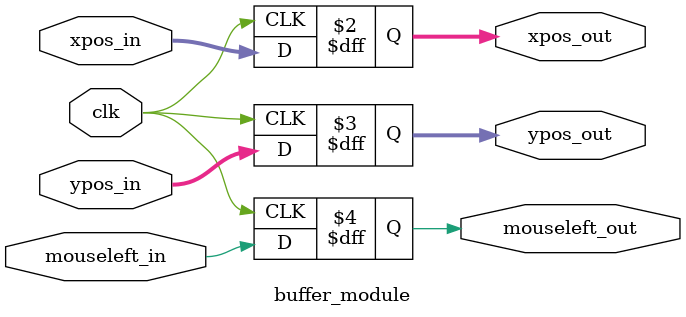
<source format=v>
`timescale 1ns / 1ps


module buffer_module(
    input wire clk,
    input wire [11:0] xpos_in,
    input wire [11:0] ypos_in,
    input wire mouseleft_in,
    
    output reg [11:0] xpos_out,
    output reg [11:0] ypos_out,
    output reg mouseleft_out
    );
    
    
always @(posedge clk)
    begin
        xpos_out <= xpos_in;
        ypos_out <= ypos_in;   
        mouseleft_out <= mouseleft_in;  
    end   
    
endmodule


</source>
